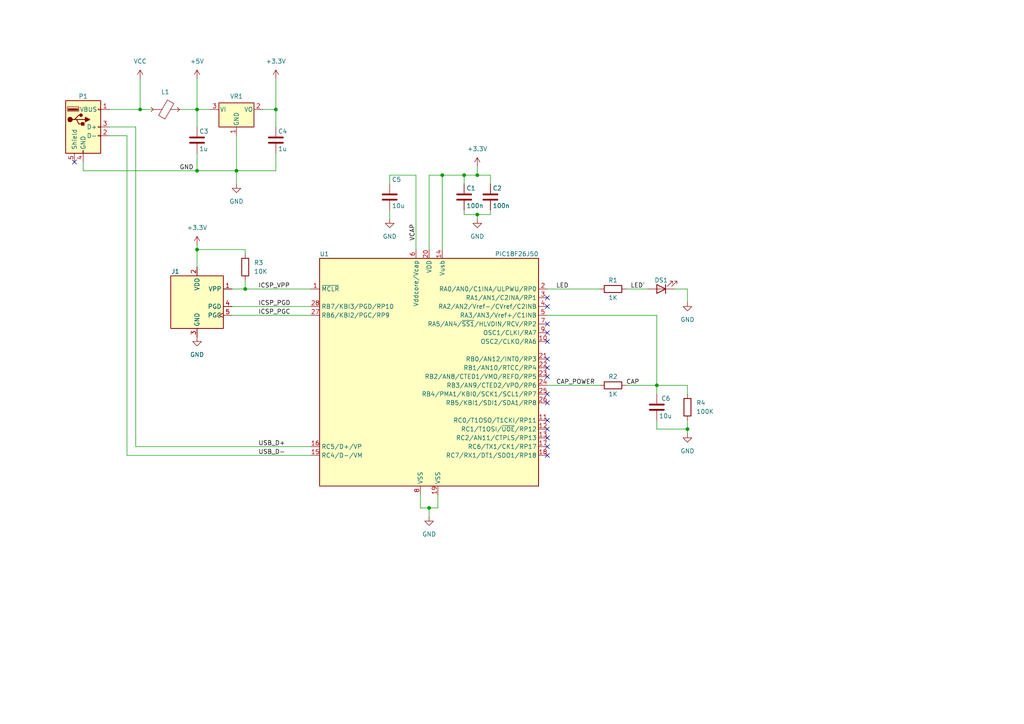
<source format=kicad_sch>
(kicad_sch (version 20230121) (generator eeschema)
  (paper "A4")
  (lib_symbols
    (symbol "Device:C" (pin_numbers hide) (pin_names (offset 0.254))
      (property "Reference" "C" (at 0.635 2.54 0))
      (property "Value" "C" (at 0.635 -2.54 0))
      (symbol "C_0_1"
        (polyline (pts (xy -2.032 -0.762) (xy 2.032 -0.762)) (stroke (width 0.508)))
        (polyline (pts (xy -2.032 0.762) (xy 2.032 0.762)) (stroke (width 0.508)))
      )
      (symbol "C_1_1"
        (pin passive line (at 0 3.81 270) (length 2.794) (name "~") (number "1"))
        (pin passive line (at 0 -3.81 90) (length 2.794) (name "~") (number "2"))
      )
    )
    (symbol "Device:LED" (pin_numbers hide) (pin_names (offset 1.016) hide)
      (property "Reference" "D" (at 0 2.54 0))
      (property "Value" "LED" (at 0 -2.54 0))
      (symbol "LED_0_1"
        (polyline (pts (xy -1.27 -1.27) (xy -1.27 1.27)) (stroke (width 0.254)))
        (polyline (pts (xy -1.27 0) (xy 1.27 0)))
        (polyline (pts (xy 1.27 -1.27) (xy 1.27 1.27) (xy -1.27 0) (xy 1.27 -1.27)) (stroke (width 0.254)))
        (polyline (pts (xy -3.048 -0.762) (xy -4.572 -2.286) (xy -3.81 -2.286) (xy -4.572 -2.286) (xy -4.572 -1.524)))
        (polyline (pts (xy -1.778 -0.762) (xy -3.302 -2.286) (xy -2.54 -2.286) (xy -3.302 -2.286) (xy -3.302 -1.524)))
      )
      (symbol "LED_1_1"
        (pin passive line (at -3.81 0 0) (length 2.54) (name "K") (number "1"))
        (pin passive line (at 3.81 0 180) (length 2.54) (name "A") (number "2"))
      )
    )
    (symbol "Device:R" (pin_numbers hide) (pin_names (offset 0))
      (property "Reference" "R" (at 2.032 0 90))
      (property "Value" "R" (at 0 0 90))
      (symbol "R_0_1"
        (rectangle (start -1.016 -2.54) (end 1.016 2.54) (stroke (width 0.254)))
      )
      (symbol "R_1_1"
        (pin passive line (at 0 3.81 270) (length 1.27) (name "~") (number "1"))
        (pin passive line (at 0 -3.81 90) (length 1.27) (name "~") (number "2"))
      )
    )
    (symbol "Medo64:J ICSP PIC Pogo (6w)"
      (property "Reference" "J" (at -6.35 8.89 0))
      (symbol "J ICSP PIC Pogo (6w)_0_1"
        (rectangle (start -7.62 7.62) (end 7.62 -7.62) (stroke (width 0.254)) (fill (type background)))
      )
      (symbol "J ICSP PIC Pogo (6w)_1_1"
        (pin power_out line (at 10.16 3.81 180) (length 2.54) (name "VPP") (number "1"))
        (pin power_in line (at 0 10.16 270) (length 2.54) (name "VDD") (number "2"))
        (pin power_in line (at 0 -10.16 90) (length 2.54) (name "GND") (number "3"))
        (pin bidirectional line (at 10.16 -1.27 180) (length 2.54) (name "PGD") (number "4"))
        (pin output clock (at 10.16 -3.81 180) (length 2.54) (name "PGC") (number "5"))
      )
    )
    (symbol "Medo64:L Ferrite" (pin_numbers hide) (pin_names (offset 0))
      (property "Reference" "L" (at -3.81 0.635 90))
      (symbol "L Ferrite_0_1"
        (polyline (pts (xy 0 -1.27) (xy 0 -1.2192)))
        (polyline (pts (xy 0 1.27) (xy 0 1.2954)))
        (polyline (pts (xy 0.635 -3.175) (xy 0 -3.81) (xy -0.635 -3.175)))
        (polyline (pts (xy 0.635 4.445) (xy 0 3.81) (xy -0.635 4.445)))
        (polyline (pts (xy -2.7686 0.4064) (xy -1.7018 2.2606) (xy 2.7686 -0.3048) (xy 1.6764 -2.159) (xy -2.7686 0.4064)))
      )
      (symbol "L Ferrite_1_1"
        (pin power_in line (at 0 3.81 270) (length 2.54) (name "~") (number "1"))
        (pin power_out line (at 0 -3.81 90) (length 2.54) (name "~") (number "2"))
      )
    )
    (symbol "Medo64:P USB A 2.0 (4w)" (pin_names (offset 1.016))
      (property "Reference" "P" (at -5.08 11.43 0))
      (property "Value" "P USB A 2.0 (4w)" (at -5.08 8.89 0))
      (symbol "P USB A 2.0 (4w)_0_1"
        (rectangle (start -5.08 7.62) (end 5.08 -7.62) (stroke (width 0.254)) (fill (type background)))
        (circle (center -3.81 2.159) (radius 0.635) (stroke (width 0.254)) (fill (type outline)))
        (rectangle (start -1.524 4.826) (end -4.318 5.334) (fill (type outline)))
        (rectangle (start -1.27 4.572) (end -4.572 5.842))
        (circle (center -0.635 3.429) (radius 0.381) (stroke (width 0.254)) (fill (type outline)))
        (rectangle (start -0.127 -7.62) (end 0.127 -6.858))
        (polyline (pts (xy -3.175 2.159) (xy -2.54 2.159) (xy -1.27 3.429) (xy -0.635 3.429)) (stroke (width 0.254)))
        (polyline (pts (xy -2.54 2.159) (xy -1.905 2.159) (xy -1.27 0.889) (xy 0 0.889)) (stroke (width 0.254)))
        (polyline (pts (xy 0.635 2.794) (xy 0.635 1.524) (xy 1.905 2.159) (xy 0.635 2.794)) (stroke (width 0.254)) (fill (type outline)))
        (rectangle (start 0.254 1.27) (end -0.508 0.508) (stroke (width 0.254)) (fill (type outline)))
        (rectangle (start 5.08 -2.667) (end 4.318 -2.413))
        (rectangle (start 5.08 -0.127) (end 4.318 0.127))
        (rectangle (start 5.08 4.953) (end 4.318 5.207))
      )
      (symbol "P USB A 2.0 (4w)_1_1"
        (polyline (pts (xy -1.905 2.159) (xy 0.635 2.159)) (stroke (width 0.254)))
        (pin power_out line (at 7.62 5.08 180) (length 2.54) (name "VBUS") (number "1"))
        (pin bidirectional line (at 7.62 -2.54 180) (length 2.54) (name "D-") (number "2"))
        (pin bidirectional line (at 7.62 0 180) (length 2.54) (name "D+") (number "3"))
        (pin power_out line (at 0 -10.16 90) (length 2.54) (name "GND") (number "4"))
        (pin passive line (at -2.54 -10.16 90) (length 2.54) (name "Shield") (number "5"))
      )
    )
    (symbol "Medo64:U Micro PIC18F26J50"
      (property "Reference" "U" (at -31.75 35.56 0))
      (property "Value" "PIC18F26J50" (at 31.75 35.56 0))
      (symbol "U Micro PIC18F26J50_0_1"
        (rectangle (start -31.75 34.29) (end 31.75 -31.75) (stroke (width 0.254)) (fill (type background)))
      )
      (symbol "U Micro PIC18F26J50_1_1"
        (pin input line (at -34.29 25.4 0) (length 2.54) (name "~{MCLR}") (number "1"))
        (pin bidirectional line (at 34.29 10.16 180) (length 2.54) (name "OSC2/CLKO/RA6") (number "10"))
        (pin bidirectional line (at 34.29 -12.7 180) (length 2.54) (name "RC0/T1OSO/T1CKI/RP11") (number "11"))
        (pin bidirectional line (at 34.29 -15.24 180) (length 2.54) (name "RC1/T1OSI/~{UOE}/RP12") (number "12"))
        (pin bidirectional line (at 34.29 -17.78 180) (length 2.54) (name "RC2/AN11/CTPLS/RP13") (number "13"))
        (pin power_in line (at 3.81 36.83 270) (length 2.54) (name "Vusb") (number "14"))
        (pin bidirectional line (at -34.29 -22.86 0) (length 2.54) (name "RC4/D-/VM") (number "15"))
        (pin bidirectional line (at -34.29 -20.32 0) (length 2.54) (name "RC5/D+/VP") (number "16"))
        (pin bidirectional line (at 34.29 -20.32 180) (length 2.54) (name "RC6/TX1/CK1/RP17") (number "17"))
        (pin bidirectional line (at 34.29 -22.86 180) (length 2.54) (name "RC7/RX1/DT1/SDO1/RP18") (number "18"))
        (pin power_in line (at 2.54 -34.29 90) (length 2.54) (name "VSS") (number "19"))
        (pin bidirectional line (at 34.29 25.4 180) (length 2.54) (name "RA0/AN0/C1INA/ULPWU/RP0") (number "2"))
        (pin power_in line (at 0 36.83 270) (length 2.54) (name "VDD") (number "20"))
        (pin bidirectional line (at 34.29 5.08 180) (length 2.54) (name "RB0/AN12/INT0/RP3") (number "21"))
        (pin bidirectional line (at 34.29 2.54 180) (length 2.54) (name "RB1/AN10/RTCC/RP4") (number "22"))
        (pin bidirectional line (at 34.29 0 180) (length 2.54) (name "RB2/AN8/CTED1/VMO/REFO/RP5") (number "23"))
        (pin bidirectional line (at 34.29 -2.54 180) (length 2.54) (name "RB3/AN9/CTED2/VPO/RP6") (number "24"))
        (pin bidirectional line (at 34.29 -5.08 180) (length 2.54) (name "RB4/PMA1/KBI0/SCK1/SCL1/RP7") (number "25"))
        (pin bidirectional line (at 34.29 -7.62 180) (length 2.54) (name "RB5/KBI1/SDI1/SDA1/RP8") (number "26"))
        (pin bidirectional line (at -34.29 17.78 0) (length 2.54) (name "RB6/KBI2/PGC/RP9") (number "27"))
        (pin bidirectional line (at -34.29 20.32 0) (length 2.54) (name "RB7/KBI3/PGD/RP10") (number "28"))
        (pin bidirectional line (at 34.29 22.86 180) (length 2.54) (name "RA1/AN1/C2INA/RP1") (number "3"))
        (pin bidirectional line (at 34.29 20.32 180) (length 2.54) (name "RA2/AN2/Vref-/CVref/C2INB") (number "4"))
        (pin bidirectional line (at 34.29 17.78 180) (length 2.54) (name "RA3/AN3/Vref+/C1INB") (number "5"))
        (pin power_out line (at -3.81 36.83 270) (length 2.54) (name "Vddcore/Vcap") (number "6"))
        (pin bidirectional line (at 34.29 15.24 180) (length 2.54) (name "RA5/AN4/~{SS1}/HLVDIN/RCV/RP2") (number "7"))
        (pin power_in line (at -2.54 -34.29 90) (length 2.54) (name "VSS") (number "8"))
        (pin bidirectional line (at 34.29 12.7 180) (length 2.54) (name "OSC1/CLKI/RA7") (number "9"))
      )
    )
    (symbol "Regulator_Linear:MCP1700x-330xxTT" (pin_names (offset 0.254))
      (property "Reference" "U" (at -3.81 3.175 0))
      (property "Value" "MCP1700x-330xxTT" (at 0 3.175 0))
      (symbol "MCP1700x-330xxTT_0_1"
        (rectangle (start -5.08 1.905) (end 5.08 -5.08) (stroke (width 0.254)) (fill (type background)))
      )
      (symbol "MCP1700x-330xxTT_1_1"
        (pin power_in line (at 0 -7.62 90) (length 2.54) (name "GND") (number "1"))
        (pin power_out line (at 7.62 0 180) (length 2.54) (name "VO") (number "2"))
        (pin power_in line (at -7.62 0 0) (length 2.54) (name "VI") (number "3"))
      )
    )
    (symbol "power:+3.3V" (power) (pin_names (offset 0))
      (property "Value" "+3.3V" (at 0 3.556 0))
      (symbol "+3.3V_0_1"
        (polyline (pts (xy -0.762 1.27) (xy 0 2.54)))
        (polyline (pts (xy 0 0) (xy 0 2.54)))
        (polyline (pts (xy 0 2.54) (xy 0.762 1.27)))
      )
      (symbol "+3.3V_1_1"
        (pin power_in line (at 0 0 90) (length 0) hide (name "+3.3V") (number "1"))
      )
    )
    (symbol "power:+5V" (power) (pin_names (offset 0))
      (property "Value" "+5V" (at 0 3.556 0))
      (symbol "+5V_0_1"
        (polyline (pts (xy -0.762 1.27) (xy 0 2.54)))
        (polyline (pts (xy 0 0) (xy 0 2.54)))
        (polyline (pts (xy 0 2.54) (xy 0.762 1.27)))
      )
      (symbol "+5V_1_1"
        (pin power_in line (at 0 0 90) (length 0) hide (name "+5V") (number "1"))
      )
    )
    (symbol "power:GND" (power) (pin_names (offset 0))
      (property "Value" "GND" (at 0 -3.81 0))
      (symbol "GND_0_1"
        (polyline (pts (xy 0 0) (xy 0 -1.27) (xy 1.27 -1.27) (xy 0 -2.54) (xy -1.27 -1.27) (xy 0 -1.27)))
      )
      (symbol "GND_1_1"
        (pin power_in line (at 0 0 270) (length 0) hide (name "GND") (number "1"))
      )
    )
    (symbol "power:VCC" (power) (pin_names (offset 0))
      (property "Value" "VCC" (at 0 3.81 0))
      (symbol "VCC_0_1"
        (polyline (pts (xy -0.762 1.27) (xy 0 2.54)))
        (polyline (pts (xy 0 0) (xy 0 2.54)))
        (polyline (pts (xy 0 2.54) (xy 0.762 1.27)))
      )
      (symbol "VCC_1_1"
        (pin power_in line (at 0 0 90) (length 0) hide (name "VCC") (number "1"))
      )
    )
  )
  (junction (at 199.39 124.46))
  (junction (at 80.01 31.75))
  (junction (at 68.58 49.53))
  (junction (at 134.62 50.8))
  (junction (at 138.43 50.8))
  (junction (at 71.12 83.82))
  (junction (at 57.15 31.75))
  (junction (at 128.27 50.8))
  (junction (at 190.5 111.76))
  (junction (at 40.64 31.75))
  (junction (at 124.46 147.32))
  (junction (at 57.15 49.53))
  (junction (at 57.15 72.39))
  (junction (at 138.43 62.23))
  (no_connect (at 158.75 106.68))
  (no_connect (at 158.75 88.9))
  (no_connect (at 158.75 93.98))
  (no_connect (at 158.75 129.54))
  (no_connect (at 158.75 127))
  (no_connect (at 158.75 124.46))
  (no_connect (at 158.75 116.84))
  (no_connect (at 158.75 104.14))
  (no_connect (at 158.75 132.08))
  (no_connect (at 158.75 114.3))
  (no_connect (at 158.75 121.92))
  (no_connect (at 21.59 46.99))
  (no_connect (at 158.75 86.36))
  (no_connect (at 158.75 109.22))
  (no_connect (at 158.75 99.06))
  (no_connect (at 158.75 96.52))
  (wire (pts (xy 127 147.32) (xy 127 143.51)))
  (wire (pts (xy 138.43 48.26) (xy 138.43 50.8)))
  (wire (pts (xy 39.37 129.54) (xy 39.37 36.83)))
  (wire (pts (xy 124.46 147.32) (xy 127 147.32)))
  (wire (pts (xy 128.27 50.8) (xy 134.62 50.8)))
  (wire (pts (xy 138.43 62.23) (xy 134.62 62.23)))
  (wire (pts (xy 71.12 72.39) (xy 57.15 72.39)))
  (wire (pts (xy 57.15 44.45) (xy 57.15 49.53)))
  (wire (pts (xy 120.65 72.39) (xy 120.65 50.8)))
  (wire (pts (xy 71.12 72.39) (xy 71.12 73.66)))
  (wire (pts (xy 57.15 49.53) (xy 24.13 49.53)))
  (wire (pts (xy 124.46 149.86) (xy 124.46 147.32)))
  (wire (pts (xy 134.62 50.8) (xy 134.62 53.34)))
  (wire (pts (xy 67.31 88.9) (xy 90.17 88.9)))
  (wire (pts (xy 80.01 49.53) (xy 80.01 44.45)))
  (wire (pts (xy 195.58 83.82) (xy 199.39 83.82)))
  (wire (pts (xy 138.43 50.8) (xy 142.24 50.8)))
  (wire (pts (xy 138.43 50.8) (xy 134.62 50.8)))
  (wire (pts (xy 190.5 124.46) (xy 199.39 124.46)))
  (wire (pts (xy 80.01 36.83) (xy 80.01 31.75)))
  (wire (pts (xy 80.01 22.86) (xy 80.01 31.75)))
  (wire (pts (xy 199.39 111.76) (xy 199.39 114.3)))
  (wire (pts (xy 24.13 46.99) (xy 24.13 49.53)))
  (wire (pts (xy 120.65 50.8) (xy 113.03 50.8)))
  (wire (pts (xy 57.15 31.75) (xy 57.15 22.86)))
  (wire (pts (xy 128.27 50.8) (xy 128.27 72.39)))
  (wire (pts (xy 67.31 91.44) (xy 90.17 91.44)))
  (wire (pts (xy 138.43 63.5) (xy 138.43 62.23)))
  (wire (pts (xy 181.61 111.76) (xy 190.5 111.76)))
  (wire (pts (xy 57.15 31.75) (xy 60.96 31.75)))
  (wire (pts (xy 71.12 81.28) (xy 71.12 83.82)))
  (wire (pts (xy 40.64 22.86) (xy 40.64 31.75)))
  (wire (pts (xy 158.75 111.76) (xy 173.99 111.76)))
  (wire (pts (xy 90.17 129.54) (xy 39.37 129.54)))
  (wire (pts (xy 113.03 50.8) (xy 113.03 53.34)))
  (wire (pts (xy 190.5 111.76) (xy 199.39 111.76)))
  (wire (pts (xy 181.61 83.82) (xy 187.96 83.82)))
  (wire (pts (xy 68.58 49.53) (xy 80.01 49.53)))
  (wire (pts (xy 57.15 71.12) (xy 57.15 72.39)))
  (wire (pts (xy 68.58 49.53) (xy 57.15 49.53)))
  (wire (pts (xy 158.75 91.44) (xy 190.5 91.44)))
  (wire (pts (xy 190.5 114.3) (xy 190.5 111.76)))
  (wire (pts (xy 113.03 60.96) (xy 113.03 63.5)))
  (wire (pts (xy 68.58 49.53) (xy 68.58 53.34)))
  (wire (pts (xy 40.64 31.75) (xy 44.45 31.75)))
  (wire (pts (xy 36.83 132.08) (xy 90.17 132.08)))
  (wire (pts (xy 124.46 72.39) (xy 124.46 50.8)))
  (wire (pts (xy 31.75 31.75) (xy 40.64 31.75)))
  (wire (pts (xy 57.15 31.75) (xy 57.15 36.83)))
  (wire (pts (xy 68.58 39.37) (xy 68.58 49.53)))
  (wire (pts (xy 67.31 83.82) (xy 71.12 83.82)))
  (wire (pts (xy 121.92 143.51) (xy 121.92 147.32)))
  (wire (pts (xy 57.15 72.39) (xy 57.15 77.47)))
  (wire (pts (xy 121.92 147.32) (xy 124.46 147.32)))
  (wire (pts (xy 190.5 121.92) (xy 190.5 124.46)))
  (wire (pts (xy 52.07 31.75) (xy 57.15 31.75)))
  (wire (pts (xy 134.62 62.23) (xy 134.62 60.96)))
  (wire (pts (xy 138.43 62.23) (xy 142.24 62.23)))
  (wire (pts (xy 199.39 124.46) (xy 199.39 125.73)))
  (wire (pts (xy 124.46 50.8) (xy 128.27 50.8)))
  (wire (pts (xy 39.37 36.83) (xy 31.75 36.83)))
  (wire (pts (xy 158.75 83.82) (xy 173.99 83.82)))
  (wire (pts (xy 190.5 91.44) (xy 190.5 111.76)))
  (wire (pts (xy 199.39 87.63) (xy 199.39 83.82)))
  (wire (pts (xy 31.75 39.37) (xy 36.83 39.37)))
  (wire (pts (xy 142.24 62.23) (xy 142.24 60.96)))
  (wire (pts (xy 142.24 53.34) (xy 142.24 50.8)))
  (wire (pts (xy 71.12 83.82) (xy 90.17 83.82)))
  (wire (pts (xy 199.39 121.92) (xy 199.39 124.46)))
  (wire (pts (xy 36.83 39.37) (xy 36.83 132.08)))
  (wire (pts (xy 80.01 31.75) (xy 76.2 31.75)))
  (label "LED'" (at 182.88 83.82 0))
  (label "CAP_POWER" (at 161.29 111.76 0))
  (label "ICSP_PGD" (at 74.93 88.9 0))
  (label "CAP" (at 181.61 111.76 0))
  (label "GND" (at 52.07 49.53 0))
  (label "ICSP_VPP" (at 74.93 83.82 0))
  (label "VCAP" (at 120.65 69.85 90))
  (label "USB_D-" (at 74.93 132.08 0))
  (label "ICSP_PGC" (at 74.93 91.44 0))
  (label "LED" (at 161.29 83.82 0))
  (label "USB_D+" (at 74.93 129.54 0))
  (symbol (lib_id "power:GND") (at 57.15 97.79 0) (unit 1)
    (property "Reference" "#PWR010" (effects hide))
    (property "Value" "GND" (at 57.15 102.87 0))
  )
  (symbol (lib_id "Device:C") (at 57.15 40.64 0) (unit 1)
    (property "Reference" "C3" (at 57.785 38.1 0) (effects (justify left)))
    (property "Value" "1u" (at 57.785 43.18 0) (effects (justify left)))
  )
  (symbol (lib_id "Device:R") (at 71.12 77.47 0) (unit 1)
    (property "Reference" "R3" (at 73.66 76.2 0) (effects (justify left)))
    (property "Value" "10K" (at 73.66 78.74 0) (effects (justify left)))
  )
  (symbol (lib_id "Medo64:J ICSP PIC Pogo (6w)") (at 57.15 87.63 0) (unit 1)
    (property "Reference" "J1" (at 52.07 78.74 0) (effects (justify right)))
    (property "Value" "J ICSP PIC Pogo (6w)" (effects hide))
    (property "Footprint" "Medo64-THD:J ICSP PIC Pogo (6w)" (effects hide))
  )
  (symbol (lib_id "power:VCC") (at 40.64 22.86 0) (unit 1)
    (property "Reference" "#USB_5V0101" (effects hide))
    (property "Value" "VCC" (at 40.64 17.78 0))
  )
  (symbol (lib_id "Device:R") (at 177.8 83.82 270) (unit 1)
    (property "Reference" "R1" (at 177.8 81.28 90))
    (property "Value" "1K" (at 177.8 86.36 90))
  )
  (symbol (lib_id "power:+3.3V") (at 138.43 48.26 0) (unit 1)
    (property "Reference" "#PWR07" (effects hide))
    (property "Value" "+3.3V" (at 138.43 43.18 0))
  )
  (symbol (lib_id "Device:R") (at 177.8 111.76 270) (unit 1)
    (property "Reference" "R2" (at 177.8 109.22 90))
    (property "Value" "1K" (at 177.8 114.3 90))
  )
  (symbol (lib_id "power:GND") (at 68.58 53.34 0) (unit 1)
    (property "Reference" "#PWR01" (effects hide))
    (property "Value" "GND" (at 68.58 58.42 0))
  )
  (symbol (lib_id "Regulator_Linear:MCP1700x-330xxTT") (at 68.58 31.75 0) (unit 1)
    (property "Reference" "VR1" (at 68.58 27.94 0))
    (property "Value" "MCP1700x-330xxTT" (effects hide))
    (property "Footprint" "Medo64-SMD:VR LDO MCP1700 (SOT23-3)" (effects hide))
    (property "Datasheet" "http://ww1.microchip.com/downloads/en/DeviceDoc/20001826D.pdf" (effects hide))
  )
  (symbol (lib_id "Medo64:P USB A 2.0 (4w)") (at 24.13 36.83 0) (unit 1)
    (property "Reference" "P1" (at 24.13 27.94 0))
    (property "Value" "P USB A 2.0 (4w)" (effects hide))
    (property "Footprint" "Medo64-SMD:P USB 2.0 (4w)" (effects hide))
    (property "Datasheet" " ~" (effects hide))
  )
  (symbol (lib_id "Device:C") (at 134.62 57.15 0) (unit 1)
    (property "Reference" "C1" (at 135.255 54.61 0) (effects (justify left)))
    (property "Value" "100n" (at 135.255 59.69 0) (effects (justify left)))
  )
  (symbol (lib_id "power:+5V") (at 57.15 22.86 0) (unit 1)
    (property "Reference" "#PWR03" (effects hide))
    (property "Value" "+5V" (at 57.15 17.78 0))
  )
  (symbol (lib_id "Device:C") (at 142.24 57.15 0) (unit 1)
    (property "Reference" "C2" (at 142.875 54.61 0) (effects (justify left)))
    (property "Value" "100n" (at 142.875 59.69 0) (effects (justify left)))
  )
  (symbol (lib_id "power:GND") (at 199.39 87.63 0) (unit 1)
    (property "Reference" "#PWR012" (effects hide))
    (property "Value" "GND" (at 199.39 92.71 0))
  )
  (symbol (lib_id "power:GND") (at 113.03 63.5 0) (unit 1)
    (property "Reference" "#PWR09" (effects hide))
    (property "Value" "GND" (at 113.03 68.58 0))
  )
  (symbol (lib_id "power:GND") (at 199.39 125.73 0) (unit 1)
    (property "Reference" "#PWR011" (effects hide))
    (property "Value" "GND" (at 199.39 130.81 0))
  )
  (symbol (lib_id "power:+3.3V") (at 80.01 22.86 0) (unit 1)
    (property "Reference" "#PWR04" (effects hide))
    (property "Value" "+3.3V" (at 80.01 17.78 0))
  )
  (symbol (lib_id "power:GND") (at 138.43 63.5 0) (unit 1)
    (property "Reference" "#PWR08" (effects hide))
    (property "Value" "GND" (at 138.43 68.58 0))
  )
  (symbol (lib_id "power:+3.3V") (at 57.15 71.12 0) (unit 1)
    (property "Reference" "#PWR06" (effects hide))
    (property "Value" "+3.3V" (at 57.15 66.04 0))
  )
  (symbol (lib_id "Device:C") (at 190.5 118.11 0) (unit 1)
    (property "Reference" "C6" (at 191.77 115.57 0) (effects (justify left)))
    (property "Value" "10u" (at 191.135 120.65 0) (effects (justify left)))
  )
  (symbol (lib_id "Device:LED") (at 191.77 83.82 180) (unit 1)
    (property "Reference" "DS1" (at 191.77 81.28 0))
    (property "Value" "LED" (effects hide))
  )
  (symbol (lib_id "Device:C") (at 80.01 40.64 0) (unit 1)
    (property "Reference" "C4" (at 80.645 38.1 0) (effects (justify left)))
    (property "Value" "1u" (at 80.645 43.18 0) (effects (justify left)))
  )
  (symbol (lib_id "power:GND") (at 124.46 149.86 0) (unit 1)
    (property "Reference" "#PWR05" (effects hide))
    (property "Value" "GND" (at 124.46 154.94 0))
  )
  (symbol (lib_id "Medo64:U Micro PIC18F26J50") (at 124.46 109.22 0) (unit 1)
    (property "Reference" "U1" (at 92.71 73.66 0) (effects (justify left)))
    (property "Value" "PIC18F26J50" (at 156.21 73.66 0) (effects (justify right)))
    (property "Footprint" "Medo64-SMD:U Micro PIC18F26J50 (SSOP-28)" (effects hide))
  )
  (symbol (lib_id "Device:C") (at 113.03 57.15 0) (unit 1)
    (property "Reference" "C5" (at 113.665 52.07 0) (effects (justify left)))
    (property "Value" "10u" (at 113.665 59.69 0) (effects (justify left)))
  )
  (symbol (lib_id "Device:R") (at 199.39 118.11 0) (unit 1)
    (property "Reference" "R4" (at 201.93 116.84 0) (effects (justify left)))
    (property "Value" "100K" (at 201.93 119.38 0) (effects (justify left)))
  )
  (symbol (lib_id "Medo64:L Ferrite") (at 48.26 31.75 90) (unit 1)
    (property "Reference" "L1" (at 47.9425 26.67 90))
    (property "Value" "40R" (effects hide))
    (property "Footprint" "Medo64-SMD:L Ferrite (0805)" (effects hide))
  )
)
</source>
